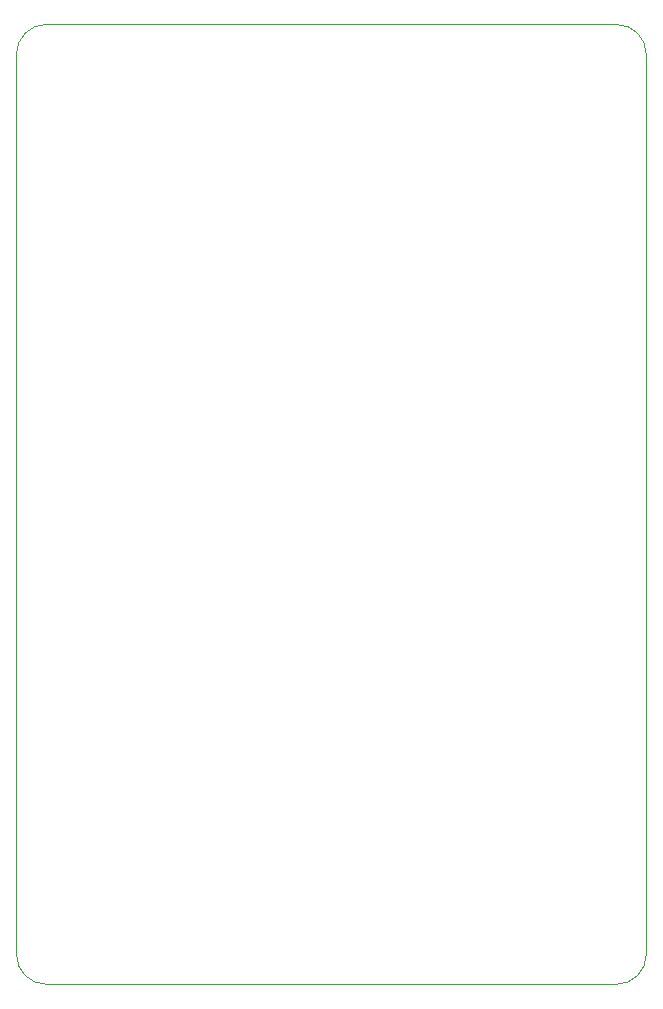
<source format=gbr>
G04 #@! TF.FileFunction,Profile,NP*
%FSLAX46Y46*%
G04 Gerber Fmt 4.6, Leading zero omitted, Abs format (unit mm)*
G04 Created by KiCad (PCBNEW 0.201504151001+5600~22~ubuntu14.10.1-product) date Thu Apr 16 18:00:28 2015*
%MOMM*%
G01*
G04 APERTURE LIST*
%ADD10C,0.100000*%
G04 APERTURE END LIST*
D10*
X91440000Y-118110000D02*
G75*
G03X93980000Y-120650000I2540000J0D01*
G01*
X142240000Y-120650000D02*
G75*
G03X144780000Y-118110000I0J2540000D01*
G01*
X144780000Y-41910000D02*
G75*
G03X142240000Y-39370000I-2540000J0D01*
G01*
X93980000Y-39370000D02*
G75*
G03X91440000Y-41910000I0J-2540000D01*
G01*
X91440000Y-118110000D02*
X91440000Y-41910000D01*
X142240000Y-120650000D02*
X93980000Y-120650000D01*
X144780000Y-41910000D02*
X144780000Y-118110000D01*
X93980000Y-39370000D02*
X142240000Y-39370000D01*
M02*

</source>
